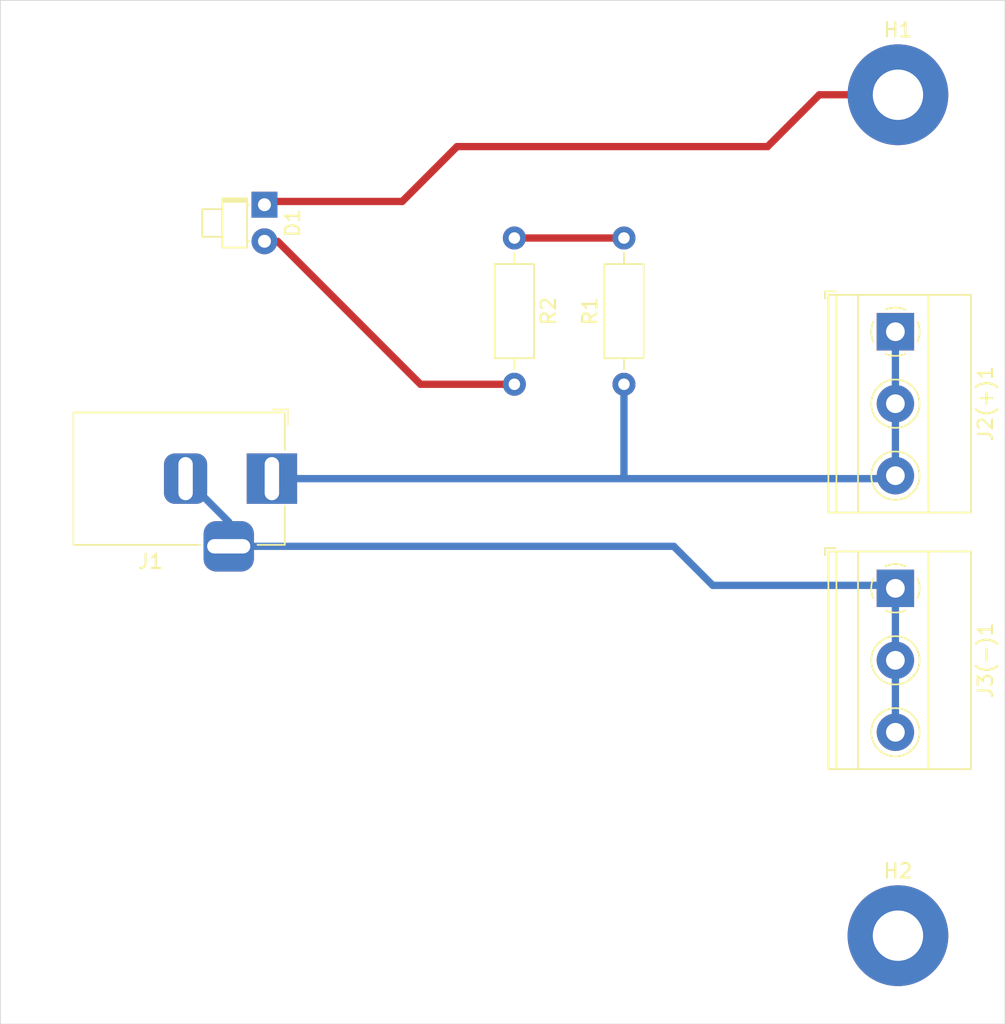
<source format=kicad_pcb>
(kicad_pcb (version 20240108) (generator "pcbnew") (generator_version "8.0")
  (layers (0 "F.Cu" signal) (31 "B.Cu" signal) (34 "B.Paste" user) (35 "F.Paste" user) (36 "B.SilkS" user "B.Silkscreen") (37 "F.SilkS" user "F.Silkscreen") (38 "B.Mask" user) (39 "F.Mask" user) (44 "Edge.Cuts" user))
  (net 0 "")
  (net 1 "Net-(J3(-)1-Pin_1)")
  (net 2 "Net-(R1-Pad2)")
  (net 3 "18V")
  (net 4 "Net-(D1-A)")
  (net 5 "GND")
  (footprint "LED_THT:LED_D1.8mm_W1.8mm_H2.4mm_Horizontal_O1.27mm_Z1.6mm" (layer "F.Cu") (at 119.963 80.237 -90)
    (property "Reference" "D1" (at 1.27 -1.96 90) (layer "F.SilkS"))
    (property "Value" "LED (PWR Indicator)")
    (fp_line (start 0.31 4.33) (end 2.23 4.33) (stroke (width 0.12)) (layer "F.SilkS"))
    (fp_line (start 2.23 4.33) (end 2.23 2.93) (stroke (width 0.12)) (layer "F.SilkS"))
    (fp_line (start -0.44 2.93) (end 2.98 2.93) (stroke (width 0.12)) (layer "F.SilkS"))
    (fp_line (start 0.31 2.93) (end 0.31 4.33) (stroke (width 0.12)) (layer "F.SilkS"))
    (fp_line (start 2.23 2.93) (end 0.31 2.93) (stroke (width 0.12)) (layer "F.SilkS"))
    (fp_line (start 2.98 2.93) (end 2.98 1.21) (stroke (width 0.12)) (layer "F.SilkS"))
    (fp_line (start -0.44 1.21) (end -0.44 2.93) (stroke (width 0.12)) (layer "F.SilkS"))
    (fp_line (start -0.32 1.21) (end -0.32 2.93) (stroke (width 0.12)) (layer "F.SilkS"))
    (fp_line (start -0.2 1.21) (end -0.2 2.93) (stroke (width 0.12)) (layer "F.SilkS"))
    (fp_line (start 0 1.21) (end 0 1.21) (stroke (width 0.12)) (layer "F.SilkS"))
    (fp_line (start 0 1.21) (end 0 1.08) (stroke (width 0.12)) (layer "F.SilkS"))
    (fp_line (start 2.54 1.21) (end 2.54 1.21) (stroke (width 0.12)) (layer "F.SilkS"))
    (fp_line (start 2.54 1.21) (end 2.54 1.08) (stroke (width 0.12)) (layer "F.SilkS"))
    (fp_line (start 2.98 1.21) (end -0.44 1.21) (stroke (width 0.12)) (layer "F.SilkS"))
    (fp_line (start 0 1.08) (end 0 1.21) (stroke (width 0.12)) (layer "F.SilkS"))
    (fp_line (start 0 1.08) (end 0 1.08) (stroke (width 0.12)) (layer "F.SilkS"))
    (fp_line (start 2.54 1.08) (end 2.54 1.21) (stroke (width 0.12)) (layer "F.SilkS"))
    (fp_line (start 2.54 1.08) (end 2.54 1.08) (stroke (width 0.12)) (layer "F.SilkS"))
    (pad "1" thru_hole rect (at 0 0 270) (size 1.8 1.8) (drill 0.9) (layers "*.Cu" "*.Mask") (net 5 "GND"))
    (pad "2" thru_hole circle (at 2.54 0 270) (size 1.8 1.8) (drill 0.9) (layers "*.Cu" "*.Mask") (net 4 "Net-(D1-A)"))
  )
  (footprint "Connector_BarrelJack:BarrelJack_Horizontal" (layer "F.Cu") (at 120.478 99.267)
    (property "Reference" "J1" (at -8.45 5.75 0) (layer "F.SilkS"))
    (property "Value" "Barrel_Jack_Switch_MountingPin")
    (fp_line (start -13.8 -4.6) (end 0.9 -4.6) (stroke (width 0.12)) (layer "F.SilkS"))
    (fp_line (start -13.8 4.6) (end -13.8 -4.6) (stroke (width 0.12)) (layer "F.SilkS"))
    (fp_line (start -5 4.6) (end -13.8 4.6) (stroke (width 0.12)) (layer "F.SilkS"))
    (fp_line (start 0.05 -4.8) (end 1.1 -4.8) (stroke (width 0.12)) (layer "F.SilkS"))
    (fp_line (start 0.9 -4.6) (end 0.9 -2) (stroke (width 0.12)) (layer "F.SilkS"))
    (fp_line (start 0.9 1.9) (end 0.9 4.6) (stroke (width 0.12)) (layer "F.SilkS"))
    (fp_line (start 0.9 4.6) (end -1 4.6) (stroke (width 0.12)) (layer "F.SilkS"))
    (fp_line (start 1.1 -3.75) (end 1.1 -4.8) (stroke (width 0.12)) (layer "F.SilkS"))
    (pad "1" thru_hole rect (at 0 0) (size 3.5 3.5) (drill oval 1 3) (layers "*.Cu" "*.Mask") (net 3 "18V"))
    (pad "2" thru_hole roundrect (at -6 0) (size 3 3.5) (drill oval 1 3) (layers "*.Cu" "*.Mask") (net 1 "Net-(J3(-)1-Pin_1)"))
    (pad "3" thru_hole roundrect (at -3 4.7) (size 3.5 3.5) (drill oval 3 1) (layers "*.Cu" "*.Mask") (net 1 "Net-(J3(-)1-Pin_1)"))
  )
  (footprint "TerminalBlock_Phoenix:TerminalBlock_Phoenix_MKDS-1,5-3_1x03_P5.00mm_Horizontal" (layer "F.Cu") (at 163.83 106.887 -90)
    (property "Reference" "J3(-)1" (at 5 -6.26 90) (layer "F.SilkS"))
    (property "Value" "Screw_Terminal_01x03")
    (fp_line (start -2.8 4.9) (end -2.3 4.9) (stroke (width 0.12)) (layer "F.SilkS"))
    (fp_line (start -2.56 4.66) (end 12.56 4.66) (stroke (width 0.12)) (layer "F.SilkS"))
    (fp_line (start -2.8 4.16) (end -2.8 4.9) (stroke (width 0.12)) (layer "F.SilkS"))
    (fp_line (start -2.56 4.1) (end 12.56 4.1) (stroke (width 0.12)) (layer "F.SilkS"))
    (fp_line (start -2.56 2.6) (end 12.56 2.6) (stroke (width 0.12)) (layer "F.SilkS"))
    (fp_line (start 3.966 1.239) (end 3.931 1.274) (stroke (width 0.12)) (layer "F.SilkS"))
    (fp_line (start 8.966 1.239) (end 8.931 1.274) (stroke (width 0.12)) (layer "F.SilkS"))
    (fp_line (start 3.773 1.023) (end 3.726 1.069) (stroke (width 0.12)) (layer "F.SilkS"))
    (fp_line (start 8.773 1.023) (end 8.726 1.069) (stroke (width 0.12)) (layer "F.SilkS"))
    (fp_line (start 6.275 -1.069) (end 6.228 -1.023) (stroke (width 0.12)) (layer "F.SilkS"))
    (fp_line (start 11.275 -1.069) (end 11.228 -1.023) (stroke (width 0.12)) (layer "F.SilkS"))
    (fp_line (start 6.07 -1.275) (end 6.035 -1.239) (stroke (width 0.12)) (layer "F.SilkS"))
    (fp_line (start 11.07 -1.275) (end 11.035 -1.239) (stroke (width 0.12)) (layer "F.SilkS"))
    (fp_line (start -2.56 -2.301) (end 12.56 -2.301) (stroke (width 0.12)) (layer "F.SilkS"))
    (fp_line (start -2.56 -5.261) (end -2.56 4.66) (stroke (width 0.12)) (layer "F.SilkS"))
    (fp_line (start -2.56 -5.261) (end 12.56 -5.261) (stroke (width 0.12)) (layer "F.SilkS"))
    (fp_line (start 12.56 -5.261) (end 12.56 4.66) (stroke (width 0.12)) (layer "F.SilkS"))
    (fp_arc (start 0.028805 1.680253) (mid -0.335551 1.646659) (end -0.684 1.535) (stroke (width 0.12)) (layer "F.SilkS"))
    (fp_arc (start 0.683318 1.534756) (mid 0.349292 1.643288) (end 0 1.68) (stroke (width 0.12)) (layer "F.SilkS"))
    (fp_arc (start -1.535427 0.683042) (mid -1.680501 -0.000524) (end -1.535 -0.684) (stroke (width 0.12)) (layer "F.SilkS"))
    (fp_arc (start 1.535427 -0.683042) (mid 1.680501 0.000524) (end 1.535 0.684) (stroke (width 0.12)) (layer "F.SilkS"))
    (fp_arc (start -0.683042 -1.535427) (mid 0.000524 -1.680501) (end 0.684 -1.535) (stroke (width 0.12)) (layer "F.SilkS"))
    (fp_circle (center 5 0) (end 6.68 0) (stroke (width 0.12)) (fill none) (layer "F.SilkS"))
    (fp_circle (center 10 0) (end 11.68 0) (stroke (width 0.12)) (fill none) (layer "F.SilkS"))
    (pad "1" thru_hole rect (at 0 0 270) (size 2.6 2.6) (drill 1.3) (layers "*.Cu" "*.Mask") (net 1 "Net-(J3(-)1-Pin_1)"))
    (pad "2" thru_hole circle (at 5 0 270) (size 2.6 2.6) (drill 1.3) (layers "*.Cu" "*.Mask") (net 1 "Net-(J3(-)1-Pin_1)"))
    (pad "3" thru_hole circle (at 10 0 270) (size 2.6 2.6) (drill 1.3) (layers "*.Cu" "*.Mask") (net 1 "Net-(J3(-)1-Pin_1)"))
  )
  (footprint "Resistor_THT:R_Axial_DIN0207_L6.3mm_D2.5mm_P10.16mm_Horizontal" (layer "F.Cu") (at 144.958 92.71 90)
    (property "Reference" "R1" (at 5.08 -2.37 90) (layer "F.SilkS"))
    (property "Value" "500")
    (fp_line (start 8.35 -1.37) (end 1.81 -1.37) (stroke (width 0.12)) (layer "F.SilkS"))
    (fp_line (start 1.81 -1.37) (end 1.81 1.37) (stroke (width 0.12)) (layer "F.SilkS"))
    (fp_line (start 9.12 0) (end 8.35 0) (stroke (width 0.12)) (layer "F.SilkS"))
    (fp_line (start 1.04 0) (end 1.81 0) (stroke (width 0.12)) (layer "F.SilkS"))
    (fp_line (start 8.35 1.37) (end 8.35 -1.37) (stroke (width 0.12)) (layer "F.SilkS"))
    (fp_line (start 1.81 1.37) (end 8.35 1.37) (stroke (width 0.12)) (layer "F.SilkS"))
    (pad "1" thru_hole circle (at 0 0 90) (size 1.6 1.6) (drill 0.8) (layers "*.Cu" "*.Mask") (net 3 "18V"))
    (pad "2" thru_hole oval (at 10.16 0 90) (size 1.6 1.6) (drill 0.8) (layers "*.Cu" "*.Mask") (net 2 "Net-(R1-Pad2)"))
  )
  (footprint "MountingHole:MountingHole_3.5mm_Pad" (layer "F.Cu") (at 164.008 131.017)
    (property "Reference" "H2" (at 0 -4.5 0) (layer "F.SilkS"))
    (property "Value" "MountingHole_Pad")
    (pad "1" thru_hole circle (at 0 0) (size 7 7) (drill 3.5) (layers "*.Cu" "*.Mask") (net 5 "GND"))
  )
  (footprint "MountingHole:MountingHole_3.5mm_Pad" (layer "F.Cu") (at 164.008 72.597)
    (property "Reference" "H1" (at 0 -4.5 0) (layer "F.SilkS"))
    (property "Value" "MountingHole_Pad")
    (pad "1" thru_hole circle (at 0 0) (size 7 7) (drill 3.5) (layers "*.Cu" "*.Mask") (net 5 "GND"))
  )
  (footprint "TerminalBlock_Phoenix:TerminalBlock_Phoenix_MKDS-1,5-3_1x03_P5.00mm_Horizontal" (layer "F.Cu") (at 163.83 89.06 -90)
    (property "Reference" "J2(+)1" (at 5 -6.26 90) (layer "F.SilkS"))
    (property "Value" "Screw_Terminal_01x03")
    (fp_line (start -2.8 4.9) (end -2.3 4.9) (stroke (width 0.12)) (layer "F.SilkS"))
    (fp_line (start -2.56 4.66) (end 12.56 4.66) (stroke (width 0.12)) (layer "F.SilkS"))
    (fp_line (start -2.8 4.16) (end -2.8 4.9) (stroke (width 0.12)) (layer "F.SilkS"))
    (fp_line (start -2.56 4.1) (end 12.56 4.1) (stroke (width 0.12)) (layer "F.SilkS"))
    (fp_line (start -2.56 2.6) (end 12.56 2.6) (stroke (width 0.12)) (layer "F.SilkS"))
    (fp_line (start 3.966 1.239) (end 3.931 1.274) (stroke (width 0.12)) (layer "F.SilkS"))
    (fp_line (start 8.966 1.239) (end 8.931 1.274) (stroke (width 0.12)) (layer "F.SilkS"))
    (fp_line (start 3.773 1.023) (end 3.726 1.069) (stroke (width 0.12)) (layer "F.SilkS"))
    (fp_line (start 8.773 1.023) (end 8.726 1.069) (stroke (width 0.12)) (layer "F.SilkS"))
    (fp_line (start 6.275 -1.069) (end 6.228 -1.023) (stroke (width 0.12)) (layer "F.SilkS"))
    (fp_line (start 11.275 -1.069) (end 11.228 -1.023) (stroke (width 0.12)) (layer "F.SilkS"))
    (fp_line (start 6.07 -1.275) (end 6.035 -1.239) (stroke (width 0.12)) (layer "F.SilkS"))
    (fp_line (start 11.07 -1.275) (end 11.035 -1.239) (stroke (width 0.12)) (layer "F.SilkS"))
    (fp_line (start -2.56 -2.301) (end 12.56 -2.301) (stroke (width 0.12)) (layer "F.SilkS"))
    (fp_line (start -2.56 -5.261) (end -2.56 4.66) (stroke (width 0.12)) (layer "F.SilkS"))
    (fp_line (start -2.56 -5.261) (end 12.56 -5.261) (stroke (width 0.12)) (layer "F.SilkS"))
    (fp_line (start 12.56 -5.261) (end 12.56 4.66) (stroke (width 0.12)) (layer "F.SilkS"))
    (fp_arc (start 0.028805 1.680253) (mid -0.335551 1.646659) (end -0.684 1.535) (stroke (width 0.12)) (layer "F.SilkS"))
    (fp_arc (start 0.683318 1.534756) (mid 0.349292 1.643288) (end 0 1.68) (stroke (width 0.12)) (layer "F.SilkS"))
    (fp_arc (start -1.535427 0.683042) (mid -1.680501 -0.000524) (end -1.535 -0.684) (stroke (width 0.12)) (layer "F.SilkS"))
    (fp_arc (start 1.535427 -0.683042) (mid 1.680501 0.000524) (end 1.535 0.684) (stroke (width 0.12)) (layer "F.SilkS"))
    (fp_arc (start -0.683042 -1.535427) (mid 0.000524 -1.680501) (end 0.684 -1.535) (stroke (width 0.12)) (layer "F.SilkS"))
    (fp_circle (center 5 0) (end 6.68 0) (stroke (width 0.12)) (fill none) (layer "F.SilkS"))
    (fp_circle (center 10 0) (end 11.68 0) (stroke (width 0.12)) (fill none) (layer "F.SilkS"))
    (pad "1" thru_hole rect (at 0 0 270) (size 2.6 2.6) (drill 1.3) (layers "*.Cu" "*.Mask") (net 3 "18V"))
    (pad "2" thru_hole circle (at 5 0 270) (size 2.6 2.6) (drill 1.3) (layers "*.Cu" "*.Mask") (net 3 "18V"))
    (pad "3" thru_hole circle (at 10 0 270) (size 2.6 2.6) (drill 1.3) (layers "*.Cu" "*.Mask") (net 3 "18V"))
  )
  (footprint "Resistor_THT:R_Axial_DIN0207_L6.3mm_D2.5mm_P10.16mm_Horizontal" (layer "F.Cu") (at 137.338 82.55 -90)
    (property "Reference" "R2" (at 5.08 -2.37 90) (layer "F.SilkS"))
    (property "Value" "400")
    (fp_line (start 1.81 1.37) (end 8.35 1.37) (stroke (width 0.12)) (layer "F.SilkS"))
    (fp_line (start 8.35 1.37) (end 8.35 -1.37) (stroke (width 0.12)) (layer "F.SilkS"))
    (fp_line (start 1.04 0) (end 1.81 0) (stroke (width 0.12)) (layer "F.SilkS"))
    (fp_line (start 9.12 0) (end 8.35 0) (stroke (width 0.12)) (layer "F.SilkS"))
    (fp_line (start 1.81 -1.37) (end 1.81 1.37) (stroke (width 0.12)) (layer "F.SilkS"))
    (fp_line (start 8.35 -1.37) (end 1.81 -1.37) (stroke (width 0.12)) (layer "F.SilkS"))
    (pad "1" thru_hole circle (at 0 0 270) (size 1.6 1.6) (drill 0.8) (layers "*.Cu" "*.Mask") (net 2 "Net-(R1-Pad2)"))
    (pad "2" thru_hole oval (at 10.16 0 270) (size 1.6 1.6) (drill 0.8) (layers "*.Cu" "*.Mask") (net 4 "Net-(D1-A)"))
  )
  (gr_rect (start 101.6 66.04) (end 171.45 137.16) (stroke (width 0.05)) (fill none) (layer "Edge.Cuts"))
  (segment (start 114.478 99.267) (end 117.478 102.267) (width 0.508) (layer "B.Cu") (net 1))
  (segment (start 117.478 102.267) (end 117.478 103.967) (width 0.2) (layer "B.Cu") (net 1))
  (segment (start 163.83 111.887) (end 163.83 106.887) (width 0.508) (layer "B.Cu") (net 1))
  (segment (start 148.417 103.967) (end 151.13 106.68) (width 0.508) (layer "B.Cu") (net 1))
  (segment (start 151.13 106.68) (end 163.623 106.68) (width 0.508) (layer "B.Cu") (net 1))
  (segment (start 117.478 103.967) (end 148.417 103.967) (width 0.508) (layer "B.Cu") (net 1))
  (segment (start 163.83 111.887) (end 163.83 116.887) (width 0.508) (layer "B.Cu") (net 1))
  (segment (start 163.623 106.68) (end 163.83 106.887) (width 0.2) (layer "B.Cu") (net 1))
  (segment (start 137.338 82.55) (end 144.958 82.55) (width 0.508) (layer "F.Cu") (net 2))
  (segment (start 120.478 99.267) (end 144.78 99.267) (width 0.508) (layer "B.Cu") (net 3))
  (segment (start 163.623 99.267) (end 163.83 99.06) (width 0.2) (layer "B.Cu") (net 3))
  (segment (start 144.958 99.089) (end 144.958 92.71) (width 0.508) (layer "B.Cu") (net 3))
  (segment (start 163.83 99.06) (end 163.83 94.06) (width 0.508) (layer "B.Cu") (net 3))
  (segment (start 144.78 99.267) (end 163.623 99.267) (width 0.508) (layer "B.Cu") (net 3))
  (segment (start 144.78 99.267) (end 144.958 99.089) (width 0.508) (layer "B.Cu") (net 3))
  (segment (start 163.83 94.06) (end 163.83 89.06) (width 0.508) (layer "B.Cu") (net 3))
  (segment (start 130.81 92.71) (end 137.338 92.71) (width 0.508) (layer "F.Cu") (net 4))
  (segment (start 119.963 82.777) (end 120.877 82.777) (width 0.2) (layer "F.Cu") (net 4))
  (segment (start 120.877 82.777) (end 130.81 92.71) (width 0.508) (layer "F.Cu") (net 4))
  (segment (start 133.35 76.2) (end 129.54 80.01) (width 0.508) (layer "F.Cu") (net 5))
  (segment (start 158.543 72.597) (end 154.94 76.2) (width 0.508) (layer "F.Cu") (net 5))
  (segment (start 154.94 76.2) (end 133.35 76.2) (width 0.508) (layer "F.Cu") (net 5))
  (segment (start 129.54 80.01) (end 120.19 80.01) (width 0.508) (layer "F.Cu") (net 5))
  (segment (start 164.008 72.597) (end 158.543 72.597) (width 0.508) (layer "F.Cu") (net 5))
  (segment (start 120.19 80.01) (end 119.963 80.237) (width 0.2) (layer "B.Cu") (net 5))
)
</source>
